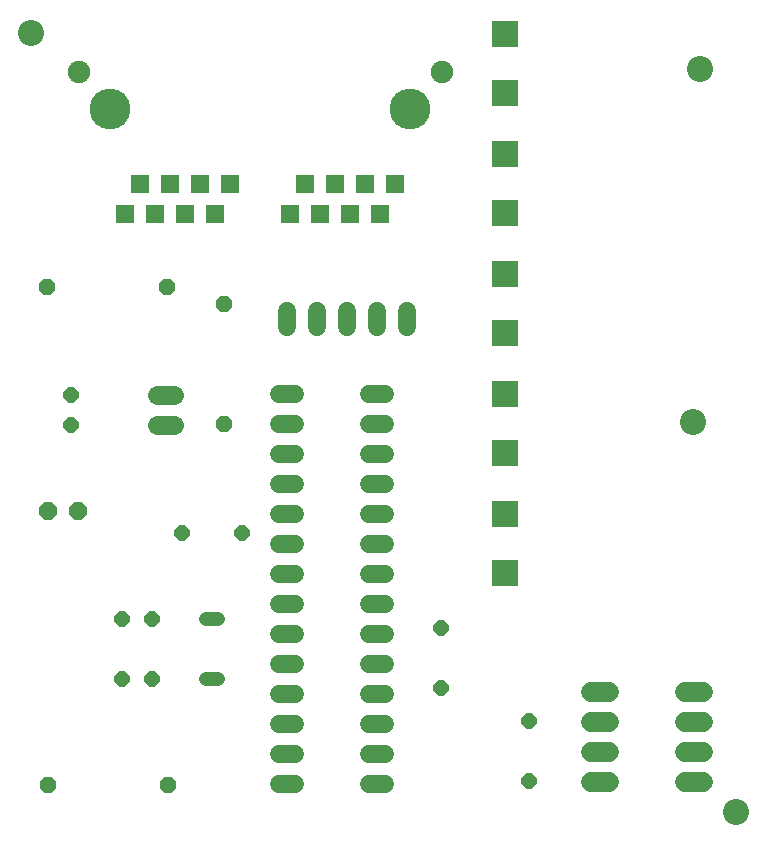
<source format=gts>
G75*
%MOIN*%
%OFA0B0*%
%FSLAX25Y25*%
%IPPOS*%
%LPD*%
%AMOC8*
5,1,8,0,0,1.08239X$1,22.5*
%
%ADD10C,0.08674*%
%ADD11OC8,0.05162*%
%ADD12C,0.06000*%
%ADD13C,0.05950*%
%ADD14C,0.06400*%
%ADD15C,0.06800*%
%ADD16OC8,0.05556*%
%ADD17R,0.06343X0.06343*%
%ADD18C,0.13595*%
%ADD19C,0.07493*%
%ADD20OC8,0.06000*%
%ADD21C,0.04769*%
%ADD22R,0.08674X0.08674*%
D10*
X0045913Y0270652D03*
X0266413Y0141152D03*
X0268913Y0258652D03*
X0280665Y0011065D03*
D11*
X0211787Y0021400D03*
X0211787Y0041400D03*
X0182602Y0052400D03*
X0182602Y0072400D03*
X0116102Y0103900D03*
X0096102Y0103900D03*
X0086102Y0075400D03*
X0076102Y0075400D03*
X0076102Y0055400D03*
X0086102Y0055400D03*
X0059102Y0139900D03*
X0059102Y0149900D03*
D12*
X0128502Y0150400D02*
X0133702Y0150400D01*
X0133702Y0140400D02*
X0128502Y0140400D01*
X0128502Y0130400D02*
X0133702Y0130400D01*
X0133702Y0120400D02*
X0128502Y0120400D01*
X0128502Y0110400D02*
X0133702Y0110400D01*
X0133702Y0100400D02*
X0128502Y0100400D01*
X0128502Y0090400D02*
X0133702Y0090400D01*
X0133702Y0080400D02*
X0128502Y0080400D01*
X0128502Y0070400D02*
X0133702Y0070400D01*
X0133702Y0060400D02*
X0128502Y0060400D01*
X0128502Y0050400D02*
X0133702Y0050400D01*
X0133702Y0040400D02*
X0128502Y0040400D01*
X0128502Y0030400D02*
X0133702Y0030400D01*
X0133702Y0020400D02*
X0128502Y0020400D01*
X0158502Y0020400D02*
X0163702Y0020400D01*
X0163702Y0030400D02*
X0158502Y0030400D01*
X0158502Y0040400D02*
X0163702Y0040400D01*
X0163702Y0050400D02*
X0158502Y0050400D01*
X0158502Y0060400D02*
X0163702Y0060400D01*
X0163702Y0070400D02*
X0158502Y0070400D01*
X0158502Y0080400D02*
X0163702Y0080400D01*
X0163702Y0090400D02*
X0158502Y0090400D01*
X0158502Y0100400D02*
X0163702Y0100400D01*
X0163702Y0110400D02*
X0158502Y0110400D01*
X0158502Y0120400D02*
X0163702Y0120400D01*
X0163702Y0130400D02*
X0158502Y0130400D01*
X0158502Y0140400D02*
X0163702Y0140400D01*
X0163702Y0150400D02*
X0158502Y0150400D01*
D13*
X0161102Y0172825D02*
X0161102Y0177975D01*
X0171102Y0177975D02*
X0171102Y0172825D01*
X0151102Y0172825D02*
X0151102Y0177975D01*
X0141102Y0177975D02*
X0141102Y0172825D01*
X0131102Y0172825D02*
X0131102Y0177975D01*
D14*
X0093402Y0149900D02*
X0087802Y0149900D01*
X0087802Y0139900D02*
X0093402Y0139900D01*
D15*
X0232409Y0051065D02*
X0238409Y0051065D01*
X0238409Y0041065D02*
X0232409Y0041065D01*
X0232409Y0031065D02*
X0238409Y0031065D01*
X0238409Y0021065D02*
X0232409Y0021065D01*
X0263905Y0021065D02*
X0269905Y0021065D01*
X0269905Y0031065D02*
X0263905Y0031065D01*
X0263905Y0041065D02*
X0269905Y0041065D01*
X0269905Y0051065D02*
X0263905Y0051065D01*
D16*
X0051602Y0019900D03*
X0091602Y0019900D03*
X0110102Y0140400D03*
X0110102Y0180400D03*
X0091102Y0185900D03*
X0051102Y0185900D03*
D17*
X0077216Y0210518D03*
X0087216Y0210518D03*
X0097216Y0210518D03*
X0107216Y0210518D03*
X0102216Y0220518D03*
X0112216Y0220518D03*
X0092216Y0220518D03*
X0082216Y0220518D03*
X0132216Y0210518D03*
X0142216Y0210518D03*
X0152216Y0210518D03*
X0162216Y0210518D03*
X0157216Y0220518D03*
X0147216Y0220518D03*
X0137216Y0220518D03*
X0167216Y0220518D03*
D18*
X0172216Y0245518D03*
X0072216Y0245518D03*
D19*
X0061665Y0257526D03*
X0182767Y0257526D03*
D20*
X0061602Y0111400D03*
X0051602Y0111400D03*
D21*
X0104118Y0075400D02*
X0108086Y0075400D01*
X0108086Y0055400D02*
X0104118Y0055400D01*
D22*
X0203732Y0090557D03*
X0203732Y0110243D03*
X0203732Y0130557D03*
X0203732Y0150243D03*
X0203732Y0170557D03*
X0203732Y0190243D03*
X0203732Y0210557D03*
X0203732Y0230243D03*
X0203732Y0250557D03*
X0203732Y0270243D03*
M02*

</source>
